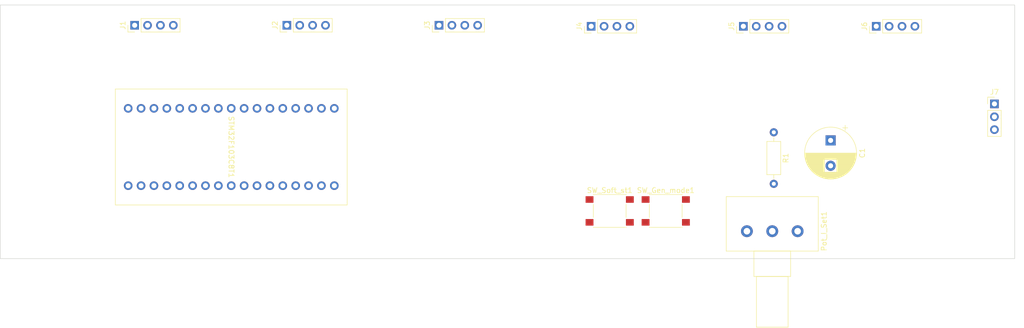
<source format=kicad_pcb>
(kicad_pcb (version 20211014) (generator pcbnew)
  (layers (0 "F.Cu" signal) (31 "B.Cu" signal) (34 "B.Paste" user) (35 "F.Paste" user) (36 "B.SilkS" user "B.Silkscreen") (37 "F.SilkS" user "F.Silkscreen") (38 "B.Mask" user) (39 "F.Mask" user) (44 "Edge.Cuts" user))
  (net 0 "")
  (net 1 "I_set")
  (net 2 "GND")
  (net 4 "Q1_PWM")
  (net 5 "+5V")
  (net 7 "Q2_PWM")
  (net 9 "Q3_PWM")
  (net 11 "Q4_PWM")
  (net 13 "Q5_PWM")
  (net 15 "Q6_PWM")
  (net 16 "+3V3")
  (net 17 "Net-(Pot_I_Set1-Pad2)")
  (net 33 "I_sense")
  (net 34 "Gen_mode")
  (net 35 "Soft_st")
  (net 36 "V_sense")
  (net 37 "GPIO_INPUT_D")
  (footprint "Connector_PinHeader_2.54mm:PinHeader_1x04_P2.54mm_Vertical" (layer "F.Cu") (at 86.5 34 90)
    (fp_text reference "J1" (at 0 -2.33 90) (layer "F.SilkS"))
    (fp_text value "Headers_GD1")
    (fp_line (start -1.33 -1.33) (end 0 -1.33) (layer "F.SilkS") (width 0.12))
    (fp_line (start -1.33 1.27) (end -1.33 8.95) (layer "F.SilkS") (width 0.12))
    (fp_line (start 1.33 1.27) (end 1.33 8.95) (layer "F.SilkS") (width 0.12))
    (fp_line (start -1.33 1.27) (end 1.33 1.27) (layer "F.SilkS") (width 0.12))
    (fp_line (start -1.33 8.95) (end 1.33 8.95) (layer "F.SilkS") (width 0.12))
    (fp_line (start -1.33 0) (end -1.33 -1.33) (layer "F.SilkS") (width 0.12))
    (pad "1" thru_hole rect (at 0 0 90) (size 1.7 1.7) (drill 1) (layers *.Cu *.Mask))
    (pad "2" thru_hole oval (at 0 2.54 90) (size 1.7 1.7) (drill 1) (layers *.Cu *.Mask) (net 4 "Q1_PWM"))
    (pad "3" thru_hole oval (at 0 5.08 90) (size 1.7 1.7) (drill 1) (layers *.Cu *.Mask) (net 2 "GND"))
    (pad "4" thru_hole oval (at 0 7.62 90) (size 1.7 1.7) (drill 1) (layers *.Cu *.Mask) (net 5 "+5V"))
  )
  (footprint "Connector_PinHeader_2.54mm:PinHeader_1x04_P2.54mm_Vertical" (layer "F.Cu") (at 232.7 34.2 90)
    (fp_text reference "J6" (at 0 -2.33 90) (layer "F.SilkS"))
    (fp_text value "Headers_GD6")
    (fp_line (start -1.33 1.27) (end -1.33 8.95) (layer "F.SilkS") (width 0.12))
    (fp_line (start -1.33 8.95) (end 1.33 8.95) (layer "F.SilkS") (width 0.12))
    (fp_line (start -1.33 -1.33) (end 0 -1.33) (layer "F.SilkS") (width 0.12))
    (fp_line (start -1.33 1.27) (end 1.33 1.27) (layer "F.SilkS") (width 0.12))
    (fp_line (start -1.33 0) (end -1.33 -1.33) (layer "F.SilkS") (width 0.12))
    (fp_line (start 1.33 1.27) (end 1.33 8.95) (layer "F.SilkS") (width 0.12))
    (pad "1" thru_hole rect (at 0 0 90) (size 1.7 1.7) (drill 1) (layers *.Cu *.Mask))
    (pad "2" thru_hole oval (at 0 2.54 90) (size 1.7 1.7) (drill 1) (layers *.Cu *.Mask) (net 15 "Q6_PWM"))
    (pad "3" thru_hole oval (at 0 5.08 90) (size 1.7 1.7) (drill 1) (layers *.Cu *.Mask) (net 2 "GND"))
    (pad "4" thru_hole oval (at 0 7.62 90) (size 1.7 1.7) (drill 1) (layers *.Cu *.Mask) (net 5 "+5V"))
  )
  (footprint "Connector_PinHeader_2.54mm:PinHeader_1x04_P2.54mm_Vertical" (layer "F.Cu") (at 206.5 34.2 90)
    (fp_text reference "J5" (at 0 -2.33 90) (layer "F.SilkS"))
    (fp_text value "Headers_GD5")
    (fp_line (start -1.33 -1.33) (end 0 -1.33) (layer "F.SilkS") (width 0.12))
    (fp_line (start -1.33 0) (end -1.33 -1.33) (layer "F.SilkS") (width 0.12))
    (fp_line (start -1.33 1.27) (end -1.33 8.95) (layer "F.SilkS") (width 0.12))
    (fp_line (start 1.33 1.27) (end 1.33 8.95) (layer "F.SilkS") (width 0.12))
    (fp_line (start -1.33 1.27) (end 1.33 1.27) (layer "F.SilkS") (width 0.12))
    (fp_line (start -1.33 8.95) (end 1.33 8.95) (layer "F.SilkS") (width 0.12))
    (pad "1" thru_hole rect (at 0 0 90) (size 1.7 1.7) (drill 1) (layers *.Cu *.Mask))
    (pad "2" thru_hole oval (at 0 2.54 90) (size 1.7 1.7) (drill 1) (layers *.Cu *.Mask) (net 13 "Q5_PWM"))
    (pad "3" thru_hole oval (at 0 5.08 90) (size 1.7 1.7) (drill 1) (layers *.Cu *.Mask) (net 2 "GND"))
    (pad "4" thru_hole oval (at 0 7.62 90) (size 1.7 1.7) (drill 1) (layers *.Cu *.Mask) (net 5 "+5V"))
  )
  (footprint "Capacitor_THT:CP_Radial_D10.0mm_P5.00mm" (layer "F.Cu") (at 223.7 56.7 -90)
    (fp_text reference "C1" (at 2.5 -6.25 90) (layer "F.SilkS"))
    (fp_text value "4.7uF")
    (fp_line (start 3.621 -4.956) (end 3.621 4.956) (layer "F.SilkS") (width 0.12))
    (fp_line (start 3.541 -4.974) (end 3.541 4.974) (layer "F.SilkS") (width 0.12))
    (fp_line (start 6.021 -3.679) (end 6.021 -1.241) (layer "F.SilkS") (width 0.12))
    (fp_line (start 6.541 -3.106) (end 6.541 3.106) (layer "F.SilkS") (width 0.12))
    (fp_line (start 5.301 1.241) (end 5.301 4.247) (layer "F.SilkS") (width 0.12))
    (fp_line (start 4.621 -4.621) (end 4.621 -1.241) (layer "F.SilkS") (width 0.12))
    (fp_line (start 6.141 -3.561) (end 6.141 -1.241) (layer "F.SilkS") (width 0.12))
    (fp_line (start 5.901 1.241) (end 5.901 3.789) (layer "F.SilkS") (width 0.12))
    (fp_line (start 3.741 -4.928) (end 3.741 4.928) (layer "F.SilkS") (width 0.12))
    (fp_line (start 2.94 -5.062) (end 2.94 5.062) (layer "F.SilkS") (width 0.12))
    (fp_line (start 2.98 -5.058) (end 2.98 5.058) (layer "F.SilkS") (width 0.12))
    (fp_line (start 4.421 -4.707) (end 4.421 -1.241) (layer "F.SilkS") (width 0.12))
    (fp_line (start 5.781 1.241) (end 5.781 3.892) (layer "F.SilkS") (width 0.12))
    (fp_line (start 4.661 -4.603) (end 4.661 -1.241) (layer "F.SilkS") (width 0.12))
    (fp_line (start 5.661 -3.989) (end 5.661 -1.241) (layer "F.SilkS") (width 0.12))
    (fp_line (start 4.981 -4.44) (end 4.981 -1.241) (layer "F.SilkS") (width 0.12))
    (fp_line (start 5.861 1.241) (end 5.861 3.824) (layer "F.SilkS") (width 0.12))
    (fp_line (start 7.221 -1.944) (end 7.221 1.944) (layer "F.SilkS") (width 0.12))
    (fp_line (start 5.861 -3.824) (end 5.861 -1.241) (layer "F.SilkS") (width 0.12))
    (fp_line (start 4.461 1.241) (end 4.461 4.69) (layer "F.SilkS") (width 0.12))
    (fp_line (start 5.701 -3.957) (end 5.701 -1.241) (layer "F.SilkS") (width 0.12))
    (fp_line (start 3.341 -5.011) (end 3.341 5.011) (layer "F.SilkS") (width 0.12))
    (fp_line (start 7.581 -0.599) (end 7.581 0.599) (layer "F.SilkS") (width 0.12))
    (fp_line (start 5.501 1.241) (end 5.501 4.11) (layer "F.SilkS") (width 0.12))
    (fp_line (start 4.861 -4.504) (end 4.861 -1.241) (layer "F.SilkS") (width 0.12))
    (fp_line (start 7.261 -1.846) (end 7.261 1.846) (layer "F.SilkS") (width 0.12))
    (fp_line (start 6.941 -2.51) (end 6.941 2.51) (layer "F.SilkS") (width 0.12))
    (fp_line (start 4.661 1.241) (end 4.661 4.603) (layer "F.SilkS") (width 0.12))
    (fp_line (start 4.341 1.241) (end 4.341 4.738) (layer "F.SilkS") (width 0.12))
    (fp_line (start 5.141 -4.347) (end 5.141 -1.241) (layer "F.SilkS") (width 0.12))
    (fp_line (start 6.101 1.241) (end 6.101 3.601) (layer "F.SilkS") (width 0.12))
    (fp_line (start 5.621 1.241) (end 5.621 4.02) (layer "F.SilkS") (width 0.12))
    (fp_line (start 6.461 -3.206) (end 6.461 3.206) (layer "F.SilkS") (width 0.12))
    (fp_line (start 2.5 -5.08) (end 2.5 5.08) (layer "F.SilkS") (width 0.12))
    (fp_line (start -2.979646 -2.875) (end -1.979646 -2.875) (layer "F.SilkS") (width 0.12))
    (fp_line (start 4.221 -4.783) (end 4.221 -1.241) (layer "F.SilkS") (width 0.12))
    (fp_line (start 4.101 -4.824) (end 4.101 -1.241) (layer "F.SilkS") (width 0.12))
    (fp_line (start 4.701 -4.584) (end 4.701 -1.241) (layer "F.SilkS") (width 0.12))
    (fp_line (start 2.58 -5.08) (end 2.58 5.08) (layer "F.SilkS") (width 0.12))
    (fp_line (start 6.141 1.241) (end 6.141 3.561) (layer "F.SilkS") (width 0.12))
    (fp_line (start 2.86 -5.068) (end 2.86 5.068) (layer "F.SilkS") (width 0.12))
    (fp_line (start 6.821 -2.709) (end 6.821 2.709) (layer "F.SilkS") (width 0.12))
    (fp_line (start 4.581 1.241) (end 4.581 4.639) (layer "F.SilkS") (width 0.12))
    (fp_line (start 6.061 1.241) (end 6.061 3.64) (layer "F.SilkS") (width 0.12))
    (fp_line (start 4.261 -4.768) (end 4.261 -1.241) (layer "F.SilkS") (width 0.12))
    (fp_line (start 5.461 -4.138) (end 5.461 -1.241) (layer "F.SilkS") (width 0.12))
    (fp_line (start 5.981 1.241) (end 5.981 3.716) (layer "F.SilkS") (width 0.12))
    (fp_line (start 3.221 -5.03) (end 3.221 5.03) (layer "F.SilkS") (width 0.12))
    (fp_line (start 2.82 -5.07) (end 2.82 5.07) (layer "F.SilkS") (width 0.12))
    (fp_line (start 7.421 -1.378) (end 7.421 1.378) (layer "F.SilkS") (width 0.12))
    (fp_line (start 5.581 1.241) (end 5.581 4.05) (layer "F.SilkS") (width 0.12))
    (fp_line (start 7.061 -2.289) (end 7.061 2.289) (layer "F.SilkS") (width 0.12))
    (fp_line (start 4.621 1.241) (end 4.621 4.621) (layer "F.SilkS") (width 0.12))
    (fp_line (start 4.221 1.241) (end 4.221 4.783) (layer "F.SilkS") (width 0.12))
    (fp_line (start 4.061 1.241) (end 4.061 4.837) (layer "F.SilkS") (width 0.12))
    (fp_line (start 4.861 1.241) (end 4.861 4.504) (layer "F.SilkS") (width 0.12))
    (fp_line (start 2.62 -5.079) (end 2.62 5.079) (layer "F.SilkS") (width 0.12))
    (fp_line (start 4.301 1.241) (end 4.301 4.754) (layer "F.SilkS") (width 0.12))
    (fp_line (start 4.101 1.241) (end 4.101 4.824) (layer "F.SilkS") (width 0.12))
    (fp_line (start 5.621 -4.02) (end 5.621 -1.241) (layer "F.SilkS") (width 0.12))
    (fp_line (start 7.541 -0.862) (end 7.541 0.862) (layer "F.SilkS") (width 0.12))
    (fp_line (start 4.181 1.241) (end 4.181 4.797) (layer "F.SilkS") (width 0.12))
    (fp_line (start 3.941 1.241) (end 3.941 4.874) (layer "F.SilkS") (width 0.12))
    (fp_line (start 4.141 -4.811) (end 4.141 -1.241) (layer "F.SilkS") (width 0.12))
    (fp_line (start 5.381 1.241) (end 5.381 4.194) (layer "F.SilkS") (width 0.12))
    (fp_line (start 4.541 1.241) (end 4.541 4.657) (layer "F.SilkS") (width 0.12))
    (fp_line (start 4.501 -4.674) (end 4.501 -1.241) (layer "F.SilkS") (width 0.12))
    (fp_line (start 5.541 1.241) (end 5.541 4.08) (layer "F.SilkS") (width 0.12))
    (fp_line (start 7.021 -2.365) (end 7.021 2.365) (layer "F.SilkS") (width 0.12))
    (fp_line (start 4.741 -4.564) (end 4.741 -1.241) (layer "F.SilkS") (width 0.12))
    (fp_line (start 3.02 -5.054) (end 3.02 5.054) (layer "F.SilkS") (width 0.12))
    (fp_line (start 6.221 -3.478) (end 6.221 -1.241) (layer "F.SilkS") (width 0.12))
    (fp_line (start 5.181 -4.323) (end 5.181 -1.241) (layer "F.SilkS") (width 0.12))
    (fp_line (start 5.061 -4.395) (end 5.061 -1.241) (layer "F.SilkS") (width 0.12))
    (fp_line (start 6.181 1.241) (end 6.181 3.52) (layer "F.SilkS") (width 0.12))
    (fp_line (start 3.18 -5.035) (end 3.18 5.035) (layer "F.SilkS") (width 0.12))
    (fp_line (start 2.66 -5.078) (end 2.66 5.078) (layer "F.SilkS") (width 0.12))
    (fp_line (start 7.181 -2.037) (end 7.181 2.037) (layer "F.SilkS") (width 0.12))
    (fp_line (start 5.781 -3.892) (end 5.781 -1.241) (layer "F.SilkS") (width 0.12))
    (fp_line (start 5.341 -4.221) (end 5.341 -1.241) (layer "F.SilkS") (width 0.12))
    (fp_line (start 6.101 -3.601) (end 6.101 -1.241) (layer "F.SilkS") (width 0.12))
    (fp_line (start 5.421 1.241) (end 5.421 4.166) (layer "F.SilkS") (width 0.12))
    (fp_line (start 3.981 -4.862) (end 3.981 -1.241) (layer "F.SilkS") (width 0.12))
    (fp_line (start 7.101 -2.209) (end 7.101 2.209) (layer "F.SilkS") (width 0.12))
    (fp_line (start 5.541 -4.08) (end 5.541 -1.241) (layer "F.SilkS") (width 0.12))
    (fp_line (start 5.821 -3.858) (end 5.821 -1.241) (layer "F.SilkS") (width 0.12))
    (fp_line (start 4.941 1.241) (end 4.941 4.462) (layer "F.SilkS") (width 0.12))
    (fp_line (start 7.501 -1.062) (end 7.501 1.062) (layer "F.SilkS") (width 0.12))
    (fp_line (start 3.821 1.241) (end 3.821 4.907) (layer "F.SilkS") (width 0.12))
    (fp_line (start 5.341 1.241) (end 5.341 4.221) (layer "F.SilkS") (width 0.12))
    (fp_line (start 4.781 -4.545) (end 4.781 -1.241) (layer "F.SilkS") (width 0.12))
    (fp_line (start 3.421 -4.997) (end 3.421 4.997) (layer "F.SilkS") (width 0.12))
    (fp_line (start 7.461 -1.23) (end 7.461 1.23) (layer "F.SilkS") (width 0.12))
    (fp_line (start 6.421 -3.254) (end 6.421 3.254) (layer "F.SilkS") (width 0.12))
    (fp_line (start 5.141 1.241) (end 5.141 4.347) (layer "F.SilkS") (width 0.12))
    (fp_line (start 5.381 -4.194) (end 5.381 -1.241) (layer "F.SilkS") (width 0.12))
    (fp_line (start 3.901 -4.885) (end 3.901 -1.241) (layer "F.SilkS") (width 0.12))
    (fp_line (start 3.461 -4.99) (end 3.461 4.99) (layer "F.SilkS") (width 0.12))
    (fp_line (start 4.581 -4.639) (end 4.581 -1.241) (layer "F.SilkS") (width 0.12))
    (fp_line (start 3.661 -4.947) (end 3.661 4.947) (layer "F.SilkS") (width 0.12))
    (fp_line (start 5.661 1.241) (end 5.661 3.989) (layer "F.SilkS") (width 0.12))
    (fp_line (start 6.381 -3.301) (end 6.381 3.301) (layer "F.SilkS") (width 0.12))
    (fp_line (start 6.261 -3.436) (end 6.261 3.436) (layer "F.SilkS") (width 0.12))
    (fp_line (start 6.621 -3) (end 6.621 3) (layer "F.SilkS") (width 0.12))
    (fp_line (start 6.741 -2.83) (end 6.741 2.83) (layer "F.SilkS") (width 0.12))
    (fp_line (start 6.661 -2.945) (end 6.661 2.945) (layer "F.SilkS") (width 0.12))
    (fp_line (start 4.301 -4.754) (end 4.301 -1.241) (layer "F.SilkS") (width 0.12))
    (fp_line (start 4.981 1.241) (end 4.981 4.44) (layer "F.SilkS") (width 0.12))
    (fp_line (start 5.821 1.241) (end 5.821 3.858) (layer "F.SilkS") (width 0.12))
    (fp_line (start 6.061 -3.64) (end 6.061 -1.241) (layer "F.SilkS") (width 0.12))
    (fp_line (start 4.821 1.241) (end 4.821 4.525) (layer "F.SilkS") (width 0.12))
    (fp_line (start 3.941 -4.874) (end 3.941 -1.241) (layer "F.SilkS") (width 0.12))
    (fp_line (start 3.901 1.241) (end 3.901 4.885) (layer "F.SilkS") (width 0.12))
    (fp_line (start 4.381 -4.723) (end 4.381 -1.241) (layer "F.SilkS") (width 0.12))
    (fp_line (start 5.021 -4.417) (end 5.021 -1.241) (layer "F.SilkS") (width 0.12))
    (fp_line (start 5.301 -4.247) (end 5.301 -1.241) (layer "F.SilkS") (width 0.12))
    (fp_line (start 3.1 -5.045) (end 3.1 5.045) (layer "F.SilkS") (width 0.12))
    (fp_line (start 4.421 1.241) (end 4.421 4.707) (layer "F.SilkS") (width 0.12))
    (fp_line (start 7.381 -1.51) (end 7.381 1.51) (layer "F.SilkS") (width 0.12))
    (fp_line (start 2.74 -5.075) (end 2.74 5.075) (layer "F.SilkS") (width 0.12))
    (fp_line (start 4.901 -4.483) (end 4.901 -1.241) (layer "F.SilkS") (width 0.12))
    (fp_line (start 4.021 1.241) (end 4.021 4.85) (layer "F.SilkS") (width 0.12))
    (fp_line (start 6.901 -2.579) (end 6.901 2.579) (layer "F.SilkS") (width 0.12))
    (fp_line (start 6.981 -2.439) (end 6.981 2.439) (layer "F.SilkS") (width 0.12))
    (fp_line (start 4.701 1.241) (end 4.701 4.584) (layer "F.SilkS") (width 0.12))
    (fp_line (start 2.9 -5.065) (end 2.9 5.065) (layer "F.SilkS") (width 0.12))
    (fp_line (start 6.221 1.241) (end 6.221 3.478) (layer "F.SilkS") (width 0.12))
    (fp_line (start 6.301 -3.392) (end 6.301 3.392) (layer "F.SilkS") (width 0.12))
    (fp_line (start 6.701 -2.889) (end 6.701 2.889) (layer "F.SilkS") (width 0.12))
    (fp_line (start 5.701 1.241) (end 5.701 3.957) (layer "F.SilkS") (width 0.12))
    (fp_line (start 7.141 -2.125) (end 7.141 2.125) (layer "F.SilkS") (width 0.12))
    (fp_line (start 4.181 -4.797) (end 4.181 -1.241) (layer "F.SilkS") (width 0.12))
    (fp_line (start 5.101 -4.371) (end 5.101 -1.241) (layer "F.SilkS") (width 0.12))
    (fp_line (start 5.221 1.241) (end 5.221 4.298) (layer "F.SilkS") (width 0.12))
    (fp_line (start 3.261 -5.024) (end 3.261 5.024) (layer "F.SilkS") (width 0.12))
    (fp_line (start 5.181 1.241) (end 5.181 4.323) (layer "F.SilkS") (width 0.12))
    (fp_line (start 7.301 -1.742) (end 7.301 1.742) (layer "F.SilkS") (width 0.12))
    (fp_line (start 5.741 -3.925) (end 5.741 -1.241) (layer "F.SilkS") (width 0.12))
    (fp_line (start 5.461 1.241) (end 5.461 4.138) (layer "F.SilkS") (width 0.12))
    (fp_line (start 6.181 -3.52) (end 6.181 -1.241) (layer "F.SilkS") (width 0.12))
    (fp_line (start 5.021 1.241) (end 5.021 4.417) (layer "F.SilkS") (width 0.12))
    (fp_line (start 4.021 -4.85) (end 4.021 -1.241) (layer "F.SilkS") (width 0.12))
    (fp_line (start 7.341 -1.63) (end 7.341 1.63) (layer "F.SilkS") (width 0.12))
    (fp_line (start 4.141 1.241) (end 4.141 4.811) (layer "F.SilkS") (width 0.12))
    (fp_line (start 4.061 -4.837) (end 4.061 -1.241) (layer "F.SilkS") (width 0.12))
    (fp_line (start 5.901 -3.789) (end 5.901 -1.241) (layer "F.SilkS") (width 0.12))
    (fp_line (start 5.741 1.241) (end 5.741 3.925) (layer "F.SilkS") (width 0.12))
    (fp_line (start 5.101 1.241) (end 5.101 4.371) (layer "F.SilkS") (width 0.12))
    (fp_line (start 6.341 -3.347) (end 6.341 3.347) (layer "F.SilkS") (width 0.12))
    (fp_line (start 5.941 1.241) (end 5.941 3.753) (layer "F.SilkS") (width 0.12))
    (fp_line (start 4.381 1.241) (end 4.381 4.723) (layer "F.SilkS") (width 0.12))
    (fp_line (start 2.54 -5.08) (end 2.54 5.08) (layer "F.SilkS") (width 0.12))
    (fp_line (start 5.581 -4.05) (end 5.581 -1.241) (layer "F.SilkS") (width 0.12))
    (fp_line (start 6.861 -2.645) (end 6.861 2.645) (layer "F.SilkS") (width 0.12))
    (fp_line (start 4.781 1.241) (end 4.781 4.545) (layer "F.SilkS") (width 0.12))
    (fp_line (start 5.501 -4.11) (end 5.501 -1.241) (layer "F.SilkS") (width 0.12))
    (fp_line (start 4.941 -4.462) (end 4.941 -1.241) (layer "F.SilkS") (width 0.12))
    (fp_line (start 3.581 -4.965) (end 3.581 4.965) (layer "F.SilkS") (width 0.12))
    (fp_line (start 5.421 -4.166) (end 5.421 -1.241) (layer "F.SilkS") (width 0.12))
    (fp_line (start -2.479646 -3.375) (end -2.479646 -2.375) (layer "F.SilkS") (width 0.12))
    (fp_line (start 6.021 1.241) (end 6.021 3.679) (layer "F.SilkS") (width 0.12))
    (fp_line (start 3.781 1.241) (end 3.781 4.918) (layer "F.SilkS") (width 0.12))
    (fp_line (start 5.261 -4.273) (end 5.261 -1.241) (layer "F.SilkS") (width 0.12))
    (fp_line (start 3.301 -5.018) (end 3.301 5.018) (layer "F.SilkS") (width 0.12))
    (fp_line (start 2.78 -5.073) (end 2.78 5.073) (layer "F.SilkS") (width 0.12))
    (fp_line (start 3.701 -4.938) (end 3.701 4.938) (layer "F.SilkS") (width 0.12))
    (fp_line (start 3.981 1.241) (end 3.981 4.862) (layer "F.SilkS") (width 0.12))
    (fp_line (start 4.821 -4.525) (end 4.821 -1.241) (layer "F.SilkS") (width 0.12))
    (fp_line (start 3.06 -5.05) (end 3.06 5.05) (layer "F.SilkS") (width 0.12))
    (fp_line (start 5.261 1.241) (end 5.261 4.273) (layer "F.SilkS") (width 0.12))
    (fp_line (start 4.461 -4.69) (end 4.461 -1.241) (layer "F.SilkS") (width 0.12))
    (fp_line (start 3.14 -5.04) (end 3.14 5.04) (layer "F.SilkS") (width 0.12))
    (fp_line (start 2.7 -5.077) (end 2.7 5.077) (layer "F.SilkS") (width 0.12))
    (fp_line (start 5.061 1.241) (end 5.061 4.395) (layer "F.SilkS") (width 0.12))
    (fp_line (start 5.981 -3.716) (end 5.981 -1.241) (layer "F.SilkS") (width 0.12))
    (fp_line (start 4.901 1.241) (end 4.901 4.483) (layer "F.SilkS") (width 0.12))
    (fp_line (start 3.861 -4.897) (end 3.861 -1.241) (layer "F.SilkS") (width 0.12))
    (fp_line (start 4.501 1.241) (end 4.501 4.674) (layer "F.SilkS") (width 0.12))
    (fp_line (start 4.541 -4.657) (end 4.541 -1.241) (layer "F.SilkS") (width 0.12))
    (fp_line (start 6.501 -3.156) (end 6.501 3.156) (layer "F.SilkS") (width 0.12))
    (fp_line (start 4.741 1.241) (end 4.741 4.564) (layer "F.SilkS") (width 0.12))
    (fp_line (start 5.221 -4.298) (end 5.221 -1.241) (layer "F.SilkS") (width 0.12))
    (fp_line (start 3.821 -4.907) (end 3.821 -1.241) (layer "F.SilkS") (width 0.12))
    (fp_line (start 3.781 -4.918) (end 3.781 -1.241) (layer "F.SilkS") (width 0.12))
    (fp_line (start 4.341 -4.738) (end 4.341 -1.241) (layer "F.SilkS") (width 0.12))
    (fp_line (start 3.381 -5.004) (end 3.381 5.004) (layer "F.SilkS") (width 0.12))
    (fp_line (start 4.261 1.241) (end 4.261 4.768) (layer "F.SilkS") (width 0.12))
    (fp_line (start 6.581 -3.054) (end 6.581 3.054) (layer "F.SilkS") (width 0.12))
    (fp_line (start 6.781 -2.77) (end 6.781 2.77) (layer "F.SilkS") (width 0.12))
    (fp_line (start 3.501 -4.982) (end 3.501 4.982) (layer "F.SilkS") (width 0.12))
    (fp_line (start 5.941 -3.753) (end 5.941 -1.241) (layer "F.SilkS") (width 0.12))
    (fp_line (start 3.861 1.241) (end 3.861 4.897) (layer "F.SilkS") (width 0.12))
    (fp_circle (center 2.5 0) (end 7.62 0) (layer "F.SilkS") (width 0.12) (fill none))
    (pad "1" thru_hole rect (at 0 0 270) (size 2 2) (drill 1) (layers *.Cu *.Mask) (net 1 "I_set"))
    (pad "2" thru_hole circle (at 5 0 270) (size 2 2) (drill 1) (layers *.Cu *.Mask) (net 2 "GND"))
  )
  (footprint "Connector_PinHeader_2.54mm:PinHeader_1x04_P2.54mm_Vertical" (layer "F.Cu") (at 116.5 34 90)
    (fp_text reference "J2" (at 0 -2.33 90) (layer "F.SilkS"))
    (fp_text value "Headers_GD2")
    (fp_line (start 1.33 1.27) (end 1.33 8.95) (layer "F.SilkS") (width 0.12))
    (fp_line (start -1.33 1.27) (end 1.33 1.27) (layer "F.SilkS") (width 0.12))
    (fp_line (start -1.33 -1.33) (end 0 -1.33) (layer "F.SilkS") (width 0.12))
    (fp_line (start -1.33 8.95) (end 1.33 8.95) (layer "F.SilkS") (width 0.12))
    (fp_line (start -1.33 0) (end -1.33 -1.33) (layer "F.SilkS") (width 0.12))
    (fp_line (start -1.33 1.27) (end -1.33 8.95) (layer "F.SilkS") (width 0.12))
    (pad "1" thru_hole rect (at 0 0 90) (size 1.7 1.7) (drill 1) (layers *.Cu *.Mask))
    (pad "2" thru_hole oval (at 0 2.54 90) (size 1.7 1.7) (drill 1) (layers *.Cu *.Mask) (net 7 "Q2_PWM"))
    (pad "3" thru_hole oval (at 0 5.08 90) (size 1.7 1.7) (drill 1) (layers *.Cu *.Mask) (net 2 "GND"))
    (pad "4" thru_hole oval (at 0 7.62 90) (size 1.7 1.7) (drill 1) (layers *.Cu *.Mask) (net 5 "+5V"))
  )
  (footprint "ee463_footprint_lib:blue_pill" (layer "F.Cu") (at 103 58 -90)
    (fp_text reference "STM32F103C8T1" (at 0 -2.54 -90 unlocked) (layer "F.SilkS"))
    (fp_text value "blue_pill")
    (fp_rect (start -11.43 -25.4) (end 11.43 20.32) (layer "F.SilkS") (width 0.12) (fill none))
    (pad "1" thru_hole circle (at -7.62 -22.86 270) (size 1.7 1.7) (drill 1) (layers *.Cu *.Mask))
    (pad "2" thru_hole circle (at -7.62 -20.32 270) (size 1.7 1.7) (drill 1) (layers *.Cu *.Mask))
    (pad "3" thru_hole circle (at -7.62 -17.78 270) (size 1.7 1.7) (drill 1) (layers *.Cu *.Mask))
    (pad "4" thru_hole circle (at -7.62 -15.24 270) (size 1.7 1.7) (drill 1) (layers *.Cu *.Mask))
    (pad "5" thru_hole circle (at -7.62 -12.7 270) (size 1.7 1.7) (drill 1) (layers *.Cu *.Mask) (net 4 "Q1_PWM"))
    (pad "6" thru_hole circle (at -7.62 -10.16 270) (size 1.7 1.7) (drill 1) (layers *.Cu *.Mask) (net 7 "Q2_PWM"))
    (pad "7" thru_hole circle (at -7.62 -7.62 270) (size 1.7 1.7) (drill 1) (layers *.Cu *.Mask) (net 9 "Q3_PWM"))
    (pad "8" thru_hole circle (at -7.62 -5.08 270) (size 1.7 1.7) (drill 1) (layers *.Cu *.Mask) (net 11 "Q4_PWM"))
    (pad "9" thru_hole circle (at -7.62 -2.54 270) (size 1.7 1.7) (drill 1) (layers *.Cu *.Mask))
    (pad "10" thru_hole circle (at -7.62 0 270) (size 1.7 1.7) (drill 1) (layers *.Cu *.Mask))
    (pad "11" thru_hole circle (at -7.62 2.54 270) (size 1.7 1.7) (drill 1) (layers *.Cu *.Mask))
    (pad "12" thru_hole circle (at -7.62 5.08 270) (size 1.7 1.7) (drill 1) (layers *.Cu *.Mask))
    (pad "13" thru_hole circle (at -7.62 7.62 270) (size 1.7 1.7) (drill 1) (layers *.Cu *.Mask))
    (pad "14" thru_hole circle (at -7.62 10.16 270) (size 1.7 1.7) (drill 1) (layers *.Cu *.Mask))
    (pad "15" thru_hole circle (at -7.62 12.7 270) (size 1.7 1.7) (drill 1) (layers *.Cu *.Mask))
    (pad "16" thru_hole circle (at -7.62 15.24 270) (size 1.7 1.7) (drill 1) (layers *.Cu *.Mask) (net 16 "+3V3"))
    (pad "17" thru_hole circle (at -7.62 17.78 270) (size 1.7 1.7) (drill 1) (layers *.Cu *.Mask) (net 2 "GND"))
    (pad "20" thru_hole circle (at 7.62 -22.86 270) (size 1.7 1.7) (drill 1) (layers *.Cu *.Mask) (net 2 "GND"))
    (pad "21" thru_hole circle (at 7.62 -20.32 270) (size 1.7 1.7) (drill 1) (layers *.Cu *.Mask))
    (pad "22" thru_hole circle (at 7.62 -17.78 270) (size 1.7 1.7) (drill 1) (layers *.Cu *.Mask))
    (pad "23" thru_hole circle (at 7.62 -15.24 270) (size 1.7 1.7) (drill 1) (layers *.Cu *.Mask))
    (pad "24" thru_hole circle (at 7.62 -12.7 270) (size 1.7 1.7) (drill 1) (layers *.Cu *.Mask))
    (pad "25" thru_hole circle (at 7.62 -10.16 270) (size 1.7 1.7) (drill 1) (layers *.Cu *.Mask) (net 15 "Q6_PWM"))
    (pad "26" thru_hole circle (at 7.62 -7.62 270) (size 1.7 1.7) (drill 1) (layers *.Cu *.Mask) (net 13 "Q5_PWM"))
    (pad "27" thru_hole circle (at 7.62 -5.08 270) (size 1.7 1.7) (drill 1) (layers *.Cu *.Mask) (net 33 "I_sense"))
    (pad "28" thru_hole circle (at 7.62 -2.54 270) (size 1.7 1.7) (drill 1) (layers *.Cu *.Mask) (net 1 "I_set"))
    (pad "29" thru_hole circle (at 7.62 0 270) (size 1.7 1.7) (drill 1) (layers *.Cu *.Mask) (net 34 "Gen_mode"))
    (pad "30" thru_hole circle (at 7.62 2.54 270) (size 1.7 1.7) (drill 1) (layers *.Cu *.Mask) (net 35 "Soft_st"))
    (pad "31" thru_hole circle (at 7.62 5.08 270) (size 1.7 1.7) (drill 1) (layers *.Cu *.Mask) (net 36 "V_sense"))
    (pad "32" thru_hole circle (at 7.62 7.62 270) (size 1.7 1.7) (drill 1) (layers *.Cu *.Mask) (net 37 "GPIO_INPUT_D"))
    (pad "33" thru_hole circle (at 7.62 10.16 270) (size 1.7 1.7) (drill 1) (layers *.Cu *.Mask))
    (pad "34" thru_hole circle (at 7.62 12.7 270) (size 1.7 1.7) (drill 1) (layers *.Cu *.Mask))
    (pad "35" thru_hole circle (at 7.62 15.24 270) (size 1.7 1.7) (drill 1) (layers *.Cu *.Mask))
    (pad "36" thru_hole circle (at 7.62 17.78 270) (size 1.7 1.7) (drill 1) (layers *.Cu *.Mask))
  )
  (footprint "Connector_PinHeader_2.54mm:PinHeader_1x04_P2.54mm_Vertical" (layer "F.Cu") (at 146.5 34 90)
    (fp_text reference "J3" (at 0 -2.33 90) (layer "F.SilkS"))
    (fp_text value "Headers_GD3")
    (fp_line (start -1.33 -1.33) (end 0 -1.33) (layer "F.SilkS") (width 0.12))
    (fp_line (start -1.33 1.27) (end -1.33 8.95) (layer "F.SilkS") (width 0.12))
    (fp_line (start -1.33 0) (end -1.33 -1.33) (layer "F.SilkS") (width 0.12))
    (fp_line (start -1.33 8.95) (end 1.33 8.95) (layer "F.SilkS") (width 0.12))
    (fp_line (start 1.33 1.27) (end 1.33 8.95) (layer "F.SilkS") (width 0.12))
    (fp_line (start -1.33 1.27) (end 1.33 1.27) (layer "F.SilkS") (width 0.12))
    (pad "1" thru_hole rect (at 0 0 90) (size 1.7 1.7) (drill 1) (layers *.Cu *.Mask))
    (pad "2" thru_hole oval (at 0 2.54 90) (size 1.7 1.7) (drill 1) (layers *.Cu *.Mask) (net 9 "Q3_PWM"))
    (pad "3" thru_hole oval (at 0 5.08 90) (size 1.7 1.7) (drill 1) (layers *.Cu *.Mask) (net 2 "GND"))
    (pad "4" thru_hole oval (at 0 7.62 90) (size 1.7 1.7) (drill 1) (layers *.Cu *.Mask) (net 5 "+5V"))
  )
  (footprint "Potentiometer_THT:Potentiometer_Alps_RK163_Single_Horizontal" (layer "F.Cu") (at 207.2 74.6 -90)
    (fp_text reference "Pot_I_Set1" (at 0 -15.2 90) (layer "F.SilkS"))
    (fp_text value "100kR")
    (fp_line (start 8.92 -8.12) (end 18.92 -8.12) (layer "F.SilkS") (width 0.12))
    (fp_line (start 8.92 -8.12) (end 8.92 -1.879) (layer "F.SilkS") (width 0.12))
    (fp_line (start 3.92 -14.07) (end 3.92 4.07) (layer "F.SilkS") (width 0.12))
    (fp_line (start 3.92 -1.38) (end 8.92 -1.38) (layer "F.SilkS") (width 0.12))
    (fp_line (start 3.92 -8.62) (end 8.92 -8.62) (layer "F.SilkS") (width 0.12))
    (fp_line (start 18.92 -8.12) (end 18.92 -1.879) (layer "F.SilkS") (width 0.12))
    (fp_line (start 3.92 -8.62) (end 3.92 -1.38) (layer "F.SilkS") (width 0.12))
    (fp_line (start 8.92 -8.62) (end 8.92 -1.38) (layer "F.SilkS") (width 0.12))
    (fp_line (start -6.82 -14.07) (end 3.92 -14.07) (layer "F.SilkS") (width 0.12))
    (fp_line (start -6.82 -14.07) (end -6.82 4.07) (layer "F.SilkS") (width 0.12))
    (fp_line (start -6.82 4.07) (end 3.92 4.07) (layer "F.SilkS") (width 0.12))
    (fp_line (start 8.92 -1.879) (end 18.92 -1.879) (layer "F.SilkS") (width 0.12))
    (pad "1" thru_hole circle (at 0 0 270) (size 2.34 2.34) (drill 1.3) (layers *.Cu *.Mask) (net 16 "+3V3"))
    (pad "2" thru_hole circle (at 0 -5 270) (size 2.34 2.34) (drill 1.3) (layers *.Cu *.Mask) (net 17 "Net-(Pot_I_Set1-Pad2)"))
    (pad "3" thru_hole circle (at 0 -10 270) (size 2.34 2.34) (drill 1.3) (layers *.Cu *.Mask) (net 2 "GND"))
  )
  (footprint "Connector_PinHeader_2.54mm:PinHeader_1x03_P2.54mm_Vertical" (layer "F.Cu") (at 256 49.5)
    (fp_text reference "J7" (at 0 -2.33) (layer "F.SilkS"))
    (fp_text value "Header_I_sense")
    (fp_line (start 1.33 1.27) (end 1.33 6.41) (layer "F.SilkS") (width 0.12))
    (fp_line (start -1.33 6.41) (end 1.33 6.41) (layer "F.SilkS") (width 0.12))
    (fp_line (start -1.33 0) (end -1.33 -1.33) (layer "F.SilkS") (width 0.12))
    (fp_line (start -1.33 1.27) (end -1.33 6.41) (layer "F.SilkS") (width 0.12))
    (fp_line (start -1.33 -1.33) (end 0 -1.33) (layer "F.SilkS") (width 0.12))
    (fp_line (start -1.33 1.27) (end 1.33 1.27) (layer "F.SilkS") (width 0.12))
    (pad "1" thru_hole rect (at 0 0) (size 1.7 1.7) (drill 1) (layers *.Cu *.Mask) (net 5 "+5V"))
    (pad "2" thru_hole oval (at 0 2.54) (size 1.7 1.7) (drill 1) (layers *.Cu *.Mask) (net 33 "I_sense"))
    (pad "3" thru_hole oval (at 0 5.08) (size 1.7 1.7) (drill 1) (layers *.Cu *.Mask) (net 2 "GND"))
  )
  (footprint "Connector_PinHeader_2.54mm:PinHeader_1x04_P2.54mm_Vertical" (layer "F.Cu") (at 176.5 34.2 90)
    (fp_text reference "J4" (at 0 -2.33 90) (layer "F.SilkS"))
    (fp_text value "Headers_GD4")
    (fp_line (start -1.33 0) (end -1.33 -1.33) (layer "F.SilkS") (width 0.12))
    (fp_line (start -1.33 -1.33) (end 0 -1.33) (layer "F.SilkS") (width 0.12))
    (fp_line (start -1.33 1.27) (end 1.33 1.27) (layer "F.SilkS") (width 0.12))
    (fp_line (start -1.33 1.27) (end -1.33 8.95) (layer "F.SilkS") (width 0.12))
    (fp_line (start -1.33 8.95) (end 1.33 8.95) (layer "F.SilkS") (width 0.12))
    (fp_line (start 1.33 1.27) (end 1.33 8.95) (layer "F.SilkS") (width 0.12))
    (pad "1" thru_hole rect (at 0 0 90) (size 1.7 1.7) (drill 1) (layers *.Cu *.Mask))
    (pad "2" thru_hole oval (at 0 2.54 90) (size 1.7 1.7) (drill 1) (layers *.Cu *.Mask) (net 11 "Q4_PWM"))
    (pad "3" thru_hole oval (at 0 5.08 90) (size 1.7 1.7) (drill 1) (layers *.Cu *.Mask) (net 2 "GND"))
    (pad "4" thru_hole oval (at 0 7.62 90) (size 1.7 1.7) (drill 1) (layers *.Cu *.Mask) (net 5 "+5V"))
  )
  (footprint "Button_Switch_SMD:SW_Push_1P1T_NO_6x6mm_H9.5mm" (layer "F.Cu") (at 191.2 70.6)
    (fp_text reference "SW_Gen_mode1" (at 0 -4.05) (layer "F.SilkS"))
    (fp_text value "SW_SPST")
    (fp_line (start -3.23 -1.3) (end -3.23 1.3) (layer "F.SilkS") (width 0.12))
    (fp_line (start 3.23 -3.23) (end 3.23 -3.2) (layer "F.SilkS") (width 0.12))
    (fp_line (start -3.23 3.23) (end -3.23 3.2) (layer "F.SilkS") (width 0.12))
    (fp_line (start -3.23 -3.2) (end -3.23 -3.23) (layer "F.SilkS") (width 0.12))
    (fp_line (start -3.23 -3.23) (end 3.23 -3.23) (layer "F.SilkS") (width 0.12))
    (fp_line (start 3.23 -1.3) (end 3.23 1.3) (layer "F.SilkS") (width 0.12))
    (fp_line (start -3.23 3.23) (end 3.23 3.23) (layer "F.SilkS") (width 0.12))
    (fp_line (start 3.23 3.23) (end 3.23 3.2) (layer "F.SilkS") (width 0.12))
    (pad "1" smd rect (at -3.975 -2.25) (size 1.55 1.3) (layers "F.Cu" "F.Paste" "F.Mask") (net 16 "+3V3"))
    (pad "1" smd rect (at 3.975 -2.25) (size 1.55 1.3) (layers "F.Cu" "F.Paste" "F.Mask") (net 16 "+3V3"))
    (pad "2" smd rect (at -3.975 2.25) (size 1.55 1.3) (layers "F.Cu" "F.Paste" "F.Mask") (net 34 "Gen_mode"))
    (pad "2" smd rect (at 3.975 2.25) (size 1.55 1.3) (layers "F.Cu" "F.Paste" "F.Mask") (net 34 "Gen_mode"))
  )
  (footprint "Button_Switch_SMD:SW_Push_1P1T_NO_6x6mm_H9.5mm" (layer "F.Cu") (at 180.15 70.6)
    (fp_text reference "SW_Soft_st1" (at 0 -4.05) (layer "F.SilkS"))
    (fp_text value "SW_SPST")
    (fp_line (start -3.23 -1.3) (end -3.23 1.3) (layer "F.SilkS") (width 0.12))
    (fp_line (start -3.23 3.23) (end 3.23 3.23) (layer "F.SilkS") (width 0.12))
    (fp_line (start 3.23 -1.3) (end 3.23 1.3) (layer "F.SilkS") (width 0.12))
    (fp_line (start 3.23 -3.23) (end 3.23 -3.2) (layer "F.SilkS") (width 0.12))
    (fp_line (start -3.23 -3.2) (end -3.23 -3.23) (layer "F.SilkS") (width 0.12))
    (fp_line (start 3.23 3.23) (end 3.23 3.2) (layer "F.SilkS") (width 0.12))
    (fp_line (start -3.23 -3.23) (end 3.23 -3.23) (layer "F.SilkS") (width 0.12))
    (fp_line (start -3.23 3.23) (end -3.23 3.2) (layer "F.SilkS") (width 0.12))
    (pad "1" smd rect (at -3.975 -2.25) (size 1.55 1.3) (layers "F.Cu" "F.Paste" "F.Mask") (net 16 "+3V3"))
    (pad "1" smd rect (at 3.975 -2.25) (size 1.55 1.3) (layers "F.Cu" "F.Paste" "F.Mask") (net 16 "+3V3"))
    (pad "2" smd rect (at -3.975 2.25) (size 1.55 1.3) (layers "F.Cu" "F.Paste" "F.Mask") (net 35 "Soft_st"))
    (pad "2" smd rect (at 3.975 2.25) (size 1.55 1.3) (layers "F.Cu" "F.Paste" "F.Mask") (net 35 "Soft_st"))
  )
  (footprint "Resistor_THT:R_Axial_DIN0207_L6.3mm_D2.5mm_P10.16mm_Horizontal" (layer "F.Cu") (at 212.5 55.1 -90)
    (fp_text reference "R1" (at 5.08 -2.37 90) (layer "F.SilkS"))
    (fp_text value "10kR")
    (fp_line (start 8.35 -1.37) (end 1.81 -1.37) (layer "F.SilkS") (width 0.12))
    (fp_line (start 1.81 -1.37) (end 1.81 1.37) (layer "F.SilkS") (width 0.12))
    (fp_line (start 8.35 1.37) (end 8.35 -1.37) (layer "F.SilkS") (width 0.12))
    (fp_line (start 1.81 1.37) (end 8.35 1.37) (layer "F.SilkS") (width 0.12))
    (fp_line (start 1.04 0) (end 1.81 0) (layer "F.SilkS") (width 0.12))
    (fp_line (start 9.12 0) (end 8.35 0) (layer "F.SilkS") (width 0.12))
    (pad "1" thru_hole circle (at 0 0 270) (size 1.6 1.6) (drill 0.8) (layers *.Cu *.Mask) (net 1 "I_set"))
    (pad "2" thru_hole oval (at 10.16 0 270) (size 1.6 1.6) (drill 0.8) (layers *.Cu *.Mask) (net 17 "Net-(Pot_I_Set1-Pad2)"))
  )
  (gr_rect (start 60 30) (end 260 80) (layer "Edge.Cuts") (width 0.1) (fill none))
)
</source>
